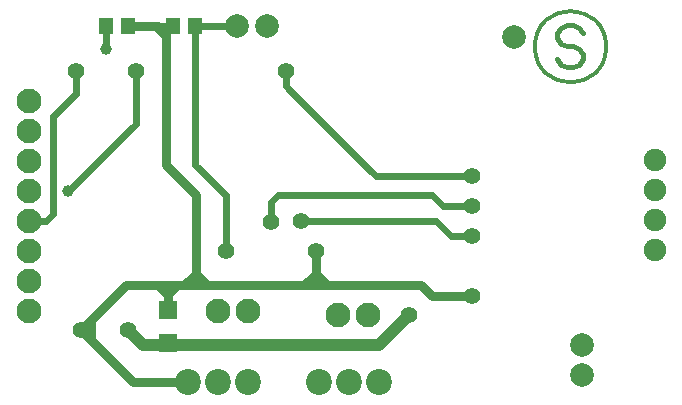
<source format=gbr>
%FSLAX34Y34*%
%MOMM*%
%LNCOPPER_TOP*%
G71*
G01*
%ADD10C, 2.10*%
%ADD11C, 0.30*%
%ADD12C, 0.44*%
%ADD13C, 1.00*%
%ADD14C, 2.20*%
%ADD15C, 2.00*%
%ADD16C, 1.40*%
%ADD17C, 1.50*%
%ADD18C, 0.60*%
%ADD19R, 1.60X1.60*%
%ADD20R, 1.30X1.40*%
%ADD21C, 0.80*%
%ADD22C, 1.80*%
%ADD23C, 1.00*%
%ADD24C, 1.90*%
%LPD*%
X33338Y755650D02*
G54D10*
D03*
X33337Y781050D02*
G54D10*
D03*
X33337Y806450D02*
G54D10*
D03*
X33337Y831850D02*
G54D10*
D03*
X33338Y857250D02*
G54D10*
D03*
X33338Y882650D02*
G54D10*
D03*
X33338Y908050D02*
G54D10*
D03*
X33338Y730250D02*
G54D10*
D03*
G54D11*
G75*
G01X522287Y954088D02*
G03X522287Y954088I-30162J0D01*
G01*
G54D12*
X481013Y943292D02*
X483680Y938847D01*
X489013Y936625D01*
X494346Y936625D01*
X499680Y938847D01*
X502346Y943292D01*
X502346Y947736D01*
X499680Y952180D01*
X494346Y954403D01*
X489013Y954403D01*
X483680Y956625D01*
X481013Y961070D01*
X481013Y965514D01*
X483680Y969958D01*
X489013Y972180D01*
X494346Y972180D01*
X499680Y969958D01*
X502346Y965514D01*
X66675Y831850D02*
G54D13*
D03*
X219075Y669925D02*
G54D14*
D03*
X193675Y669925D02*
G54D14*
D03*
X168275Y669925D02*
G54D14*
D03*
X501650Y701675D02*
G54D15*
D03*
X501650Y676275D02*
G54D15*
D03*
X73025Y933450D02*
G54D16*
D03*
X123825Y933450D02*
G54D16*
D03*
X33337Y806450D02*
G54D17*
D03*
X330200Y669925D02*
G54D14*
D03*
X304800Y669925D02*
G54D14*
D03*
X279400Y669925D02*
G54D14*
D03*
X295275Y727075D02*
G54D10*
D03*
X320675Y727075D02*
G54D10*
D03*
X219075Y730250D02*
G54D10*
D03*
X193675Y730250D02*
G54D10*
D03*
G54D18*
X263520Y806450D02*
X371475Y806450D01*
G54D18*
X279400Y828675D02*
X244475Y828675D01*
X238125Y822325D01*
X238125Y806450D01*
G54D18*
X279400Y828675D02*
X374650Y828675D01*
X151147Y703190D02*
G54D19*
D03*
X151147Y731190D02*
G54D19*
D03*
X250825Y933400D02*
G54D16*
D03*
X276225Y781050D02*
G54D16*
D03*
X408781Y742950D02*
G54D16*
D03*
X155575Y971550D02*
G54D20*
D03*
X174575Y971550D02*
G54D20*
D03*
G54D18*
X250825Y933450D02*
X250825Y920750D01*
X263525Y908050D01*
G54D18*
X408781Y793750D02*
X390525Y793750D01*
X377825Y806450D01*
X371475Y806450D01*
G54D18*
X408781Y819150D02*
X384175Y819150D01*
X374650Y828675D01*
X408781Y844550D02*
G54D16*
D03*
X408781Y819150D02*
G54D16*
D03*
X408781Y793750D02*
G54D16*
D03*
X263520Y806450D02*
G54D16*
D03*
X238517Y806053D02*
G54D16*
D03*
G54D21*
X408781Y742950D02*
X374650Y742950D01*
X365125Y752475D01*
X200025Y781050D02*
G54D16*
D03*
X209550Y971550D02*
G54D15*
D03*
X234950Y971550D02*
G54D15*
D03*
G54D18*
X200025Y781050D02*
X200025Y809575D01*
X200050Y809600D01*
G54D18*
X33337Y806450D02*
X47625Y806450D01*
X53975Y812800D01*
X53975Y895350D01*
X73025Y914400D01*
X73025Y933450D01*
G54D18*
X123825Y933450D02*
X123825Y889000D01*
X66675Y831850D01*
X117475Y971550D02*
G54D20*
D03*
X98475Y971550D02*
G54D20*
D03*
G54D18*
X174575Y971550D02*
X174575Y854125D01*
X200025Y828675D01*
X200025Y781050D01*
G54D18*
X174575Y971550D02*
X212725Y971550D01*
X98425Y952500D02*
G54D13*
D03*
G54D18*
X117475Y971550D02*
X155575Y971550D01*
G54D18*
X149225Y854075D02*
X174625Y828675D01*
X174625Y762000D01*
G54D18*
X149225Y933450D02*
X149225Y968375D01*
G54D18*
X149225Y936625D02*
X149225Y854075D01*
X174625Y828675D01*
G54D18*
X149225Y942975D02*
X149225Y962025D01*
X139700Y971550D01*
G54D21*
X292100Y752475D02*
X365125Y752475D01*
X374650Y742950D01*
X408781Y742950D01*
G54D21*
X292100Y752475D02*
X184150Y752475D01*
X174625Y762000D01*
G54D21*
X184150Y752475D02*
X136525Y752475D01*
G54D21*
X168275Y669925D02*
X121925Y669925D01*
X77475Y714375D01*
X77475Y714375D02*
G54D16*
D03*
X168275Y669925D02*
G54D22*
D03*
G54D21*
X125100Y752475D02*
X165100Y752475D01*
X174625Y762000D01*
G54D21*
X174625Y755650D02*
X174625Y828675D01*
X149225Y854075D01*
X149225Y965200D01*
X142875Y971550D01*
X117475Y971550D01*
X444500Y962025D02*
G54D15*
D03*
X355600Y727075D02*
G54D16*
D03*
G54D23*
X327025Y701675D02*
X130175Y701675D01*
X117475Y714375D01*
G54D23*
X327025Y701675D02*
X330200Y701675D01*
X355600Y727075D01*
X117475Y714375D02*
G54D16*
D03*
G54D21*
X125100Y752475D02*
X115575Y752475D01*
X77475Y714375D01*
G54D21*
X85725Y720725D02*
X85725Y708025D01*
G54D21*
X151147Y731190D02*
X151147Y744203D01*
X142875Y752475D01*
G54D21*
X151147Y731190D02*
X151147Y744872D01*
X158750Y752475D01*
X563337Y781650D02*
G54D24*
D03*
X563337Y807050D02*
G54D24*
D03*
X563337Y832450D02*
G54D24*
D03*
X563337Y857850D02*
G54D24*
D03*
X33338Y882650D02*
G54D24*
D03*
X33337Y857250D02*
G54D24*
D03*
X33337Y831850D02*
G54D24*
D03*
X33337Y806450D02*
G54D24*
D03*
X33338Y781050D02*
G54D24*
D03*
X33338Y755650D02*
G54D24*
D03*
X33338Y730250D02*
G54D24*
D03*
X33338Y908050D02*
G54D24*
D03*
G54D18*
X276225Y781050D02*
X276225Y762000D01*
X266700Y752475D01*
G54D18*
X276225Y781050D02*
X276225Y762000D01*
X285750Y752475D01*
G54D18*
X276225Y762000D02*
X276225Y755650D01*
G54D21*
X276225Y781050D02*
X276225Y762000D01*
X266700Y752475D01*
G54D21*
X276225Y781050D02*
X276225Y762000D01*
X285750Y752475D01*
X98475Y971550D02*
G54D13*
D03*
G54D18*
X98475Y971550D02*
X98475Y952550D01*
X98425Y952500D01*
G54D18*
X408781Y844550D02*
X327025Y844550D01*
X254000Y917575D01*
M02*

</source>
